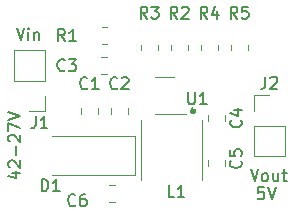
<source format=gbr>
%TF.GenerationSoftware,KiCad,Pcbnew,7.0.5*%
%TF.CreationDate,2023-06-26T08:48:10-07:00*%
%TF.ProjectId,42Vdownto5V,34325664-6f77-46e7-946f-35562e6b6963,rev?*%
%TF.SameCoordinates,Original*%
%TF.FileFunction,Legend,Top*%
%TF.FilePolarity,Positive*%
%FSLAX46Y46*%
G04 Gerber Fmt 4.6, Leading zero omitted, Abs format (unit mm)*
G04 Created by KiCad (PCBNEW 7.0.5) date 2023-06-26 08:48:10*
%MOMM*%
%LPD*%
G01*
G04 APERTURE LIST*
%ADD10C,0.300000*%
%ADD11C,0.150000*%
%ADD12C,0.120000*%
G04 APERTURE END LIST*
D10*
X118150000Y-94000000D02*
G75*
G03*
X118150000Y-94000000I-150000J0D01*
G01*
D11*
X102711152Y-99234649D02*
X103377819Y-99234649D01*
X102330200Y-99472744D02*
X103044485Y-99710839D01*
X103044485Y-99710839D02*
X103044485Y-99091792D01*
X102473057Y-98758458D02*
X102425438Y-98710839D01*
X102425438Y-98710839D02*
X102377819Y-98615601D01*
X102377819Y-98615601D02*
X102377819Y-98377506D01*
X102377819Y-98377506D02*
X102425438Y-98282268D01*
X102425438Y-98282268D02*
X102473057Y-98234649D01*
X102473057Y-98234649D02*
X102568295Y-98187030D01*
X102568295Y-98187030D02*
X102663533Y-98187030D01*
X102663533Y-98187030D02*
X102806390Y-98234649D01*
X102806390Y-98234649D02*
X103377819Y-98806077D01*
X103377819Y-98806077D02*
X103377819Y-98187030D01*
X102996866Y-97758458D02*
X102996866Y-96996554D01*
X102473057Y-96567982D02*
X102425438Y-96520363D01*
X102425438Y-96520363D02*
X102377819Y-96425125D01*
X102377819Y-96425125D02*
X102377819Y-96187030D01*
X102377819Y-96187030D02*
X102425438Y-96091792D01*
X102425438Y-96091792D02*
X102473057Y-96044173D01*
X102473057Y-96044173D02*
X102568295Y-95996554D01*
X102568295Y-95996554D02*
X102663533Y-95996554D01*
X102663533Y-95996554D02*
X102806390Y-96044173D01*
X102806390Y-96044173D02*
X103377819Y-96615601D01*
X103377819Y-96615601D02*
X103377819Y-95996554D01*
X102377819Y-95663220D02*
X102377819Y-94996554D01*
X102377819Y-94996554D02*
X103377819Y-95425125D01*
X102377819Y-94758458D02*
X103377819Y-94425125D01*
X103377819Y-94425125D02*
X102377819Y-94091792D01*
X124002969Y-100469819D02*
X123526779Y-100469819D01*
X123526779Y-100469819D02*
X123479160Y-100946009D01*
X123479160Y-100946009D02*
X123526779Y-100898390D01*
X123526779Y-100898390D02*
X123622017Y-100850771D01*
X123622017Y-100850771D02*
X123860112Y-100850771D01*
X123860112Y-100850771D02*
X123955350Y-100898390D01*
X123955350Y-100898390D02*
X124002969Y-100946009D01*
X124002969Y-100946009D02*
X124050588Y-101041247D01*
X124050588Y-101041247D02*
X124050588Y-101279342D01*
X124050588Y-101279342D02*
X124002969Y-101374580D01*
X124002969Y-101374580D02*
X123955350Y-101422200D01*
X123955350Y-101422200D02*
X123860112Y-101469819D01*
X123860112Y-101469819D02*
X123622017Y-101469819D01*
X123622017Y-101469819D02*
X123526779Y-101422200D01*
X123526779Y-101422200D02*
X123479160Y-101374580D01*
X124336303Y-100469819D02*
X124669636Y-101469819D01*
X124669636Y-101469819D02*
X125002969Y-100469819D01*
X122875922Y-98945819D02*
X123209255Y-99945819D01*
X123209255Y-99945819D02*
X123542588Y-98945819D01*
X124018779Y-99945819D02*
X123923541Y-99898200D01*
X123923541Y-99898200D02*
X123875922Y-99850580D01*
X123875922Y-99850580D02*
X123828303Y-99755342D01*
X123828303Y-99755342D02*
X123828303Y-99469628D01*
X123828303Y-99469628D02*
X123875922Y-99374390D01*
X123875922Y-99374390D02*
X123923541Y-99326771D01*
X123923541Y-99326771D02*
X124018779Y-99279152D01*
X124018779Y-99279152D02*
X124161636Y-99279152D01*
X124161636Y-99279152D02*
X124256874Y-99326771D01*
X124256874Y-99326771D02*
X124304493Y-99374390D01*
X124304493Y-99374390D02*
X124352112Y-99469628D01*
X124352112Y-99469628D02*
X124352112Y-99755342D01*
X124352112Y-99755342D02*
X124304493Y-99850580D01*
X124304493Y-99850580D02*
X124256874Y-99898200D01*
X124256874Y-99898200D02*
X124161636Y-99945819D01*
X124161636Y-99945819D02*
X124018779Y-99945819D01*
X125209255Y-99279152D02*
X125209255Y-99945819D01*
X124780684Y-99279152D02*
X124780684Y-99802961D01*
X124780684Y-99802961D02*
X124828303Y-99898200D01*
X124828303Y-99898200D02*
X124923541Y-99945819D01*
X124923541Y-99945819D02*
X125066398Y-99945819D01*
X125066398Y-99945819D02*
X125161636Y-99898200D01*
X125161636Y-99898200D02*
X125209255Y-99850580D01*
X125542589Y-99279152D02*
X125923541Y-99279152D01*
X125685446Y-98945819D02*
X125685446Y-99802961D01*
X125685446Y-99802961D02*
X125733065Y-99898200D01*
X125733065Y-99898200D02*
X125828303Y-99945819D01*
X125828303Y-99945819D02*
X125923541Y-99945819D01*
X103063922Y-87007819D02*
X103397255Y-88007819D01*
X103397255Y-88007819D02*
X103730588Y-87007819D01*
X104063922Y-88007819D02*
X104063922Y-87341152D01*
X104063922Y-87007819D02*
X104016303Y-87055438D01*
X104016303Y-87055438D02*
X104063922Y-87103057D01*
X104063922Y-87103057D02*
X104111541Y-87055438D01*
X104111541Y-87055438D02*
X104063922Y-87007819D01*
X104063922Y-87007819D02*
X104063922Y-87103057D01*
X104540112Y-87341152D02*
X104540112Y-88007819D01*
X104540112Y-87436390D02*
X104587731Y-87388771D01*
X104587731Y-87388771D02*
X104682969Y-87341152D01*
X104682969Y-87341152D02*
X104825826Y-87341152D01*
X104825826Y-87341152D02*
X104921064Y-87388771D01*
X104921064Y-87388771D02*
X104968683Y-87484009D01*
X104968683Y-87484009D02*
X104968683Y-88007819D01*
%TO.C,U1*%
X117602095Y-92418819D02*
X117602095Y-93228342D01*
X117602095Y-93228342D02*
X117649714Y-93323580D01*
X117649714Y-93323580D02*
X117697333Y-93371200D01*
X117697333Y-93371200D02*
X117792571Y-93418819D01*
X117792571Y-93418819D02*
X117983047Y-93418819D01*
X117983047Y-93418819D02*
X118078285Y-93371200D01*
X118078285Y-93371200D02*
X118125904Y-93323580D01*
X118125904Y-93323580D02*
X118173523Y-93228342D01*
X118173523Y-93228342D02*
X118173523Y-92418819D01*
X119173523Y-93418819D02*
X118602095Y-93418819D01*
X118887809Y-93418819D02*
X118887809Y-92418819D01*
X118887809Y-92418819D02*
X118792571Y-92561676D01*
X118792571Y-92561676D02*
X118697333Y-92656914D01*
X118697333Y-92656914D02*
X118602095Y-92704533D01*
%TO.C,R5*%
X121753333Y-86179819D02*
X121420000Y-85703628D01*
X121181905Y-86179819D02*
X121181905Y-85179819D01*
X121181905Y-85179819D02*
X121562857Y-85179819D01*
X121562857Y-85179819D02*
X121658095Y-85227438D01*
X121658095Y-85227438D02*
X121705714Y-85275057D01*
X121705714Y-85275057D02*
X121753333Y-85370295D01*
X121753333Y-85370295D02*
X121753333Y-85513152D01*
X121753333Y-85513152D02*
X121705714Y-85608390D01*
X121705714Y-85608390D02*
X121658095Y-85656009D01*
X121658095Y-85656009D02*
X121562857Y-85703628D01*
X121562857Y-85703628D02*
X121181905Y-85703628D01*
X122658095Y-85179819D02*
X122181905Y-85179819D01*
X122181905Y-85179819D02*
X122134286Y-85656009D01*
X122134286Y-85656009D02*
X122181905Y-85608390D01*
X122181905Y-85608390D02*
X122277143Y-85560771D01*
X122277143Y-85560771D02*
X122515238Y-85560771D01*
X122515238Y-85560771D02*
X122610476Y-85608390D01*
X122610476Y-85608390D02*
X122658095Y-85656009D01*
X122658095Y-85656009D02*
X122705714Y-85751247D01*
X122705714Y-85751247D02*
X122705714Y-85989342D01*
X122705714Y-85989342D02*
X122658095Y-86084580D01*
X122658095Y-86084580D02*
X122610476Y-86132200D01*
X122610476Y-86132200D02*
X122515238Y-86179819D01*
X122515238Y-86179819D02*
X122277143Y-86179819D01*
X122277143Y-86179819D02*
X122181905Y-86132200D01*
X122181905Y-86132200D02*
X122134286Y-86084580D01*
%TO.C,R4*%
X119213333Y-86179819D02*
X118880000Y-85703628D01*
X118641905Y-86179819D02*
X118641905Y-85179819D01*
X118641905Y-85179819D02*
X119022857Y-85179819D01*
X119022857Y-85179819D02*
X119118095Y-85227438D01*
X119118095Y-85227438D02*
X119165714Y-85275057D01*
X119165714Y-85275057D02*
X119213333Y-85370295D01*
X119213333Y-85370295D02*
X119213333Y-85513152D01*
X119213333Y-85513152D02*
X119165714Y-85608390D01*
X119165714Y-85608390D02*
X119118095Y-85656009D01*
X119118095Y-85656009D02*
X119022857Y-85703628D01*
X119022857Y-85703628D02*
X118641905Y-85703628D01*
X120070476Y-85513152D02*
X120070476Y-86179819D01*
X119832381Y-85132200D02*
X119594286Y-85846485D01*
X119594286Y-85846485D02*
X120213333Y-85846485D01*
%TO.C,R3*%
X114133333Y-86179819D02*
X113800000Y-85703628D01*
X113561905Y-86179819D02*
X113561905Y-85179819D01*
X113561905Y-85179819D02*
X113942857Y-85179819D01*
X113942857Y-85179819D02*
X114038095Y-85227438D01*
X114038095Y-85227438D02*
X114085714Y-85275057D01*
X114085714Y-85275057D02*
X114133333Y-85370295D01*
X114133333Y-85370295D02*
X114133333Y-85513152D01*
X114133333Y-85513152D02*
X114085714Y-85608390D01*
X114085714Y-85608390D02*
X114038095Y-85656009D01*
X114038095Y-85656009D02*
X113942857Y-85703628D01*
X113942857Y-85703628D02*
X113561905Y-85703628D01*
X114466667Y-85179819D02*
X115085714Y-85179819D01*
X115085714Y-85179819D02*
X114752381Y-85560771D01*
X114752381Y-85560771D02*
X114895238Y-85560771D01*
X114895238Y-85560771D02*
X114990476Y-85608390D01*
X114990476Y-85608390D02*
X115038095Y-85656009D01*
X115038095Y-85656009D02*
X115085714Y-85751247D01*
X115085714Y-85751247D02*
X115085714Y-85989342D01*
X115085714Y-85989342D02*
X115038095Y-86084580D01*
X115038095Y-86084580D02*
X114990476Y-86132200D01*
X114990476Y-86132200D02*
X114895238Y-86179819D01*
X114895238Y-86179819D02*
X114609524Y-86179819D01*
X114609524Y-86179819D02*
X114514286Y-86132200D01*
X114514286Y-86132200D02*
X114466667Y-86084580D01*
%TO.C,R2*%
X116673333Y-86179819D02*
X116340000Y-85703628D01*
X116101905Y-86179819D02*
X116101905Y-85179819D01*
X116101905Y-85179819D02*
X116482857Y-85179819D01*
X116482857Y-85179819D02*
X116578095Y-85227438D01*
X116578095Y-85227438D02*
X116625714Y-85275057D01*
X116625714Y-85275057D02*
X116673333Y-85370295D01*
X116673333Y-85370295D02*
X116673333Y-85513152D01*
X116673333Y-85513152D02*
X116625714Y-85608390D01*
X116625714Y-85608390D02*
X116578095Y-85656009D01*
X116578095Y-85656009D02*
X116482857Y-85703628D01*
X116482857Y-85703628D02*
X116101905Y-85703628D01*
X117054286Y-85275057D02*
X117101905Y-85227438D01*
X117101905Y-85227438D02*
X117197143Y-85179819D01*
X117197143Y-85179819D02*
X117435238Y-85179819D01*
X117435238Y-85179819D02*
X117530476Y-85227438D01*
X117530476Y-85227438D02*
X117578095Y-85275057D01*
X117578095Y-85275057D02*
X117625714Y-85370295D01*
X117625714Y-85370295D02*
X117625714Y-85465533D01*
X117625714Y-85465533D02*
X117578095Y-85608390D01*
X117578095Y-85608390D02*
X117006667Y-86179819D01*
X117006667Y-86179819D02*
X117625714Y-86179819D01*
%TO.C,R1*%
X107148333Y-88084819D02*
X106815000Y-87608628D01*
X106576905Y-88084819D02*
X106576905Y-87084819D01*
X106576905Y-87084819D02*
X106957857Y-87084819D01*
X106957857Y-87084819D02*
X107053095Y-87132438D01*
X107053095Y-87132438D02*
X107100714Y-87180057D01*
X107100714Y-87180057D02*
X107148333Y-87275295D01*
X107148333Y-87275295D02*
X107148333Y-87418152D01*
X107148333Y-87418152D02*
X107100714Y-87513390D01*
X107100714Y-87513390D02*
X107053095Y-87561009D01*
X107053095Y-87561009D02*
X106957857Y-87608628D01*
X106957857Y-87608628D02*
X106576905Y-87608628D01*
X108100714Y-88084819D02*
X107529286Y-88084819D01*
X107815000Y-88084819D02*
X107815000Y-87084819D01*
X107815000Y-87084819D02*
X107719762Y-87227676D01*
X107719762Y-87227676D02*
X107624524Y-87322914D01*
X107624524Y-87322914D02*
X107529286Y-87370533D01*
%TO.C,L1*%
X116419333Y-101292819D02*
X115943143Y-101292819D01*
X115943143Y-101292819D02*
X115943143Y-100292819D01*
X117276476Y-101292819D02*
X116705048Y-101292819D01*
X116990762Y-101292819D02*
X116990762Y-100292819D01*
X116990762Y-100292819D02*
X116895524Y-100435676D01*
X116895524Y-100435676D02*
X116800286Y-100530914D01*
X116800286Y-100530914D02*
X116705048Y-100578533D01*
%TO.C,J2*%
X124126666Y-91104819D02*
X124126666Y-91819104D01*
X124126666Y-91819104D02*
X124079047Y-91961961D01*
X124079047Y-91961961D02*
X123983809Y-92057200D01*
X123983809Y-92057200D02*
X123840952Y-92104819D01*
X123840952Y-92104819D02*
X123745714Y-92104819D01*
X124555238Y-91200057D02*
X124602857Y-91152438D01*
X124602857Y-91152438D02*
X124698095Y-91104819D01*
X124698095Y-91104819D02*
X124936190Y-91104819D01*
X124936190Y-91104819D02*
X125031428Y-91152438D01*
X125031428Y-91152438D02*
X125079047Y-91200057D01*
X125079047Y-91200057D02*
X125126666Y-91295295D01*
X125126666Y-91295295D02*
X125126666Y-91390533D01*
X125126666Y-91390533D02*
X125079047Y-91533390D01*
X125079047Y-91533390D02*
X124507619Y-92104819D01*
X124507619Y-92104819D02*
X125126666Y-92104819D01*
%TO.C,J1*%
X104666666Y-94454819D02*
X104666666Y-95169104D01*
X104666666Y-95169104D02*
X104619047Y-95311961D01*
X104619047Y-95311961D02*
X104523809Y-95407200D01*
X104523809Y-95407200D02*
X104380952Y-95454819D01*
X104380952Y-95454819D02*
X104285714Y-95454819D01*
X105666666Y-95454819D02*
X105095238Y-95454819D01*
X105380952Y-95454819D02*
X105380952Y-94454819D01*
X105380952Y-94454819D02*
X105285714Y-94597676D01*
X105285714Y-94597676D02*
X105190476Y-94692914D01*
X105190476Y-94692914D02*
X105095238Y-94740533D01*
%TO.C,D1*%
X105179905Y-100784819D02*
X105179905Y-99784819D01*
X105179905Y-99784819D02*
X105418000Y-99784819D01*
X105418000Y-99784819D02*
X105560857Y-99832438D01*
X105560857Y-99832438D02*
X105656095Y-99927676D01*
X105656095Y-99927676D02*
X105703714Y-100022914D01*
X105703714Y-100022914D02*
X105751333Y-100213390D01*
X105751333Y-100213390D02*
X105751333Y-100356247D01*
X105751333Y-100356247D02*
X105703714Y-100546723D01*
X105703714Y-100546723D02*
X105656095Y-100641961D01*
X105656095Y-100641961D02*
X105560857Y-100737200D01*
X105560857Y-100737200D02*
X105418000Y-100784819D01*
X105418000Y-100784819D02*
X105179905Y-100784819D01*
X106703714Y-100784819D02*
X106132286Y-100784819D01*
X106418000Y-100784819D02*
X106418000Y-99784819D01*
X106418000Y-99784819D02*
X106322762Y-99927676D01*
X106322762Y-99927676D02*
X106227524Y-100022914D01*
X106227524Y-100022914D02*
X106132286Y-100070533D01*
%TO.C,C6*%
X108037333Y-101959580D02*
X107989714Y-102007200D01*
X107989714Y-102007200D02*
X107846857Y-102054819D01*
X107846857Y-102054819D02*
X107751619Y-102054819D01*
X107751619Y-102054819D02*
X107608762Y-102007200D01*
X107608762Y-102007200D02*
X107513524Y-101911961D01*
X107513524Y-101911961D02*
X107465905Y-101816723D01*
X107465905Y-101816723D02*
X107418286Y-101626247D01*
X107418286Y-101626247D02*
X107418286Y-101483390D01*
X107418286Y-101483390D02*
X107465905Y-101292914D01*
X107465905Y-101292914D02*
X107513524Y-101197676D01*
X107513524Y-101197676D02*
X107608762Y-101102438D01*
X107608762Y-101102438D02*
X107751619Y-101054819D01*
X107751619Y-101054819D02*
X107846857Y-101054819D01*
X107846857Y-101054819D02*
X107989714Y-101102438D01*
X107989714Y-101102438D02*
X108037333Y-101150057D01*
X108894476Y-101054819D02*
X108704000Y-101054819D01*
X108704000Y-101054819D02*
X108608762Y-101102438D01*
X108608762Y-101102438D02*
X108561143Y-101150057D01*
X108561143Y-101150057D02*
X108465905Y-101292914D01*
X108465905Y-101292914D02*
X108418286Y-101483390D01*
X108418286Y-101483390D02*
X108418286Y-101864342D01*
X108418286Y-101864342D02*
X108465905Y-101959580D01*
X108465905Y-101959580D02*
X108513524Y-102007200D01*
X108513524Y-102007200D02*
X108608762Y-102054819D01*
X108608762Y-102054819D02*
X108799238Y-102054819D01*
X108799238Y-102054819D02*
X108894476Y-102007200D01*
X108894476Y-102007200D02*
X108942095Y-101959580D01*
X108942095Y-101959580D02*
X108989714Y-101864342D01*
X108989714Y-101864342D02*
X108989714Y-101626247D01*
X108989714Y-101626247D02*
X108942095Y-101531009D01*
X108942095Y-101531009D02*
X108894476Y-101483390D01*
X108894476Y-101483390D02*
X108799238Y-101435771D01*
X108799238Y-101435771D02*
X108608762Y-101435771D01*
X108608762Y-101435771D02*
X108513524Y-101483390D01*
X108513524Y-101483390D02*
X108465905Y-101531009D01*
X108465905Y-101531009D02*
X108418286Y-101626247D01*
%TO.C,C5*%
X122025580Y-98210666D02*
X122073200Y-98258285D01*
X122073200Y-98258285D02*
X122120819Y-98401142D01*
X122120819Y-98401142D02*
X122120819Y-98496380D01*
X122120819Y-98496380D02*
X122073200Y-98639237D01*
X122073200Y-98639237D02*
X121977961Y-98734475D01*
X121977961Y-98734475D02*
X121882723Y-98782094D01*
X121882723Y-98782094D02*
X121692247Y-98829713D01*
X121692247Y-98829713D02*
X121549390Y-98829713D01*
X121549390Y-98829713D02*
X121358914Y-98782094D01*
X121358914Y-98782094D02*
X121263676Y-98734475D01*
X121263676Y-98734475D02*
X121168438Y-98639237D01*
X121168438Y-98639237D02*
X121120819Y-98496380D01*
X121120819Y-98496380D02*
X121120819Y-98401142D01*
X121120819Y-98401142D02*
X121168438Y-98258285D01*
X121168438Y-98258285D02*
X121216057Y-98210666D01*
X121120819Y-97305904D02*
X121120819Y-97782094D01*
X121120819Y-97782094D02*
X121597009Y-97829713D01*
X121597009Y-97829713D02*
X121549390Y-97782094D01*
X121549390Y-97782094D02*
X121501771Y-97686856D01*
X121501771Y-97686856D02*
X121501771Y-97448761D01*
X121501771Y-97448761D02*
X121549390Y-97353523D01*
X121549390Y-97353523D02*
X121597009Y-97305904D01*
X121597009Y-97305904D02*
X121692247Y-97258285D01*
X121692247Y-97258285D02*
X121930342Y-97258285D01*
X121930342Y-97258285D02*
X122025580Y-97305904D01*
X122025580Y-97305904D02*
X122073200Y-97353523D01*
X122073200Y-97353523D02*
X122120819Y-97448761D01*
X122120819Y-97448761D02*
X122120819Y-97686856D01*
X122120819Y-97686856D02*
X122073200Y-97782094D01*
X122073200Y-97782094D02*
X122025580Y-97829713D01*
%TO.C,C4*%
X122054580Y-94781666D02*
X122102200Y-94829285D01*
X122102200Y-94829285D02*
X122149819Y-94972142D01*
X122149819Y-94972142D02*
X122149819Y-95067380D01*
X122149819Y-95067380D02*
X122102200Y-95210237D01*
X122102200Y-95210237D02*
X122006961Y-95305475D01*
X122006961Y-95305475D02*
X121911723Y-95353094D01*
X121911723Y-95353094D02*
X121721247Y-95400713D01*
X121721247Y-95400713D02*
X121578390Y-95400713D01*
X121578390Y-95400713D02*
X121387914Y-95353094D01*
X121387914Y-95353094D02*
X121292676Y-95305475D01*
X121292676Y-95305475D02*
X121197438Y-95210237D01*
X121197438Y-95210237D02*
X121149819Y-95067380D01*
X121149819Y-95067380D02*
X121149819Y-94972142D01*
X121149819Y-94972142D02*
X121197438Y-94829285D01*
X121197438Y-94829285D02*
X121245057Y-94781666D01*
X121483152Y-93924523D02*
X122149819Y-93924523D01*
X121102200Y-94162618D02*
X121816485Y-94400713D01*
X121816485Y-94400713D02*
X121816485Y-93781666D01*
%TO.C,C3*%
X107148333Y-90529580D02*
X107100714Y-90577200D01*
X107100714Y-90577200D02*
X106957857Y-90624819D01*
X106957857Y-90624819D02*
X106862619Y-90624819D01*
X106862619Y-90624819D02*
X106719762Y-90577200D01*
X106719762Y-90577200D02*
X106624524Y-90481961D01*
X106624524Y-90481961D02*
X106576905Y-90386723D01*
X106576905Y-90386723D02*
X106529286Y-90196247D01*
X106529286Y-90196247D02*
X106529286Y-90053390D01*
X106529286Y-90053390D02*
X106576905Y-89862914D01*
X106576905Y-89862914D02*
X106624524Y-89767676D01*
X106624524Y-89767676D02*
X106719762Y-89672438D01*
X106719762Y-89672438D02*
X106862619Y-89624819D01*
X106862619Y-89624819D02*
X106957857Y-89624819D01*
X106957857Y-89624819D02*
X107100714Y-89672438D01*
X107100714Y-89672438D02*
X107148333Y-89720057D01*
X107481667Y-89624819D02*
X108100714Y-89624819D01*
X108100714Y-89624819D02*
X107767381Y-90005771D01*
X107767381Y-90005771D02*
X107910238Y-90005771D01*
X107910238Y-90005771D02*
X108005476Y-90053390D01*
X108005476Y-90053390D02*
X108053095Y-90101009D01*
X108053095Y-90101009D02*
X108100714Y-90196247D01*
X108100714Y-90196247D02*
X108100714Y-90434342D01*
X108100714Y-90434342D02*
X108053095Y-90529580D01*
X108053095Y-90529580D02*
X108005476Y-90577200D01*
X108005476Y-90577200D02*
X107910238Y-90624819D01*
X107910238Y-90624819D02*
X107624524Y-90624819D01*
X107624524Y-90624819D02*
X107529286Y-90577200D01*
X107529286Y-90577200D02*
X107481667Y-90529580D01*
%TO.C,C2*%
X111593333Y-92053580D02*
X111545714Y-92101200D01*
X111545714Y-92101200D02*
X111402857Y-92148819D01*
X111402857Y-92148819D02*
X111307619Y-92148819D01*
X111307619Y-92148819D02*
X111164762Y-92101200D01*
X111164762Y-92101200D02*
X111069524Y-92005961D01*
X111069524Y-92005961D02*
X111021905Y-91910723D01*
X111021905Y-91910723D02*
X110974286Y-91720247D01*
X110974286Y-91720247D02*
X110974286Y-91577390D01*
X110974286Y-91577390D02*
X111021905Y-91386914D01*
X111021905Y-91386914D02*
X111069524Y-91291676D01*
X111069524Y-91291676D02*
X111164762Y-91196438D01*
X111164762Y-91196438D02*
X111307619Y-91148819D01*
X111307619Y-91148819D02*
X111402857Y-91148819D01*
X111402857Y-91148819D02*
X111545714Y-91196438D01*
X111545714Y-91196438D02*
X111593333Y-91244057D01*
X111974286Y-91244057D02*
X112021905Y-91196438D01*
X112021905Y-91196438D02*
X112117143Y-91148819D01*
X112117143Y-91148819D02*
X112355238Y-91148819D01*
X112355238Y-91148819D02*
X112450476Y-91196438D01*
X112450476Y-91196438D02*
X112498095Y-91244057D01*
X112498095Y-91244057D02*
X112545714Y-91339295D01*
X112545714Y-91339295D02*
X112545714Y-91434533D01*
X112545714Y-91434533D02*
X112498095Y-91577390D01*
X112498095Y-91577390D02*
X111926667Y-92148819D01*
X111926667Y-92148819D02*
X112545714Y-92148819D01*
%TO.C,C1*%
X109053333Y-92053580D02*
X109005714Y-92101200D01*
X109005714Y-92101200D02*
X108862857Y-92148819D01*
X108862857Y-92148819D02*
X108767619Y-92148819D01*
X108767619Y-92148819D02*
X108624762Y-92101200D01*
X108624762Y-92101200D02*
X108529524Y-92005961D01*
X108529524Y-92005961D02*
X108481905Y-91910723D01*
X108481905Y-91910723D02*
X108434286Y-91720247D01*
X108434286Y-91720247D02*
X108434286Y-91577390D01*
X108434286Y-91577390D02*
X108481905Y-91386914D01*
X108481905Y-91386914D02*
X108529524Y-91291676D01*
X108529524Y-91291676D02*
X108624762Y-91196438D01*
X108624762Y-91196438D02*
X108767619Y-91148819D01*
X108767619Y-91148819D02*
X108862857Y-91148819D01*
X108862857Y-91148819D02*
X109005714Y-91196438D01*
X109005714Y-91196438D02*
X109053333Y-91244057D01*
X110005714Y-92148819D02*
X109434286Y-92148819D01*
X109720000Y-92148819D02*
X109720000Y-91148819D01*
X109720000Y-91148819D02*
X109624762Y-91291676D01*
X109624762Y-91291676D02*
X109529524Y-91386914D01*
X109529524Y-91386914D02*
X109434286Y-91434533D01*
D12*
%TO.C,U1*%
X115570000Y-94270000D02*
X117370000Y-94270000D01*
X115570000Y-91150000D02*
X114770000Y-91150000D01*
X115570000Y-94270000D02*
X114770000Y-94270000D01*
X115570000Y-91150000D02*
X116370000Y-91150000D01*
%TO.C,R5*%
X121185000Y-88857064D02*
X121185000Y-88402936D01*
X122655000Y-88857064D02*
X122655000Y-88402936D01*
%TO.C,R4*%
X120115000Y-88402936D02*
X120115000Y-88857064D01*
X118645000Y-88402936D02*
X118645000Y-88857064D01*
%TO.C,R3*%
X115035000Y-88402936D02*
X115035000Y-88857064D01*
X113565000Y-88402936D02*
X113565000Y-88857064D01*
%TO.C,R2*%
X117575000Y-88857064D02*
X117575000Y-88402936D01*
X116105000Y-88857064D02*
X116105000Y-88402936D01*
%TO.C,R1*%
X110717064Y-86895000D02*
X110262936Y-86895000D01*
X110717064Y-88365000D02*
X110262936Y-88365000D01*
%TO.C,L1*%
X113605000Y-94732000D02*
X113605000Y-99832000D01*
X118805000Y-94732000D02*
X118805000Y-99832000D01*
%TO.C,J2*%
X123130000Y-93980000D02*
X123130000Y-92650000D01*
X123130000Y-97850000D02*
X125790000Y-97850000D01*
X123130000Y-95250000D02*
X123130000Y-97850000D01*
X123130000Y-95250000D02*
X125790000Y-95250000D01*
X123130000Y-92650000D02*
X124460000Y-92650000D01*
X125790000Y-95250000D02*
X125790000Y-97850000D01*
%TO.C,J1*%
X105470000Y-92710000D02*
X105470000Y-94040000D01*
X105470000Y-88840000D02*
X102810000Y-88840000D01*
X105470000Y-91440000D02*
X105470000Y-88840000D01*
X105470000Y-91440000D02*
X102810000Y-91440000D01*
X105470000Y-94040000D02*
X104140000Y-94040000D01*
X102810000Y-91440000D02*
X102810000Y-88840000D01*
%TO.C,D1*%
X113095000Y-99440000D02*
X106085000Y-99440000D01*
X113095000Y-99440000D02*
X113095000Y-96140000D01*
X113095000Y-96140000D02*
X106085000Y-96140000D01*
%TO.C,C6*%
X111386252Y-101700000D02*
X110863748Y-101700000D01*
X111386252Y-100230000D02*
X110863748Y-100230000D01*
%TO.C,C5*%
X119280000Y-98686252D02*
X119280000Y-98163748D01*
X120750000Y-98686252D02*
X120750000Y-98163748D01*
%TO.C,C4*%
X120750000Y-94353748D02*
X120750000Y-94876252D01*
X119280000Y-94353748D02*
X119280000Y-94876252D01*
%TO.C,C3*%
X110751252Y-90905000D02*
X110228748Y-90905000D01*
X110751252Y-89435000D02*
X110228748Y-89435000D01*
%TO.C,C2*%
X112495000Y-93718748D02*
X112495000Y-94241252D01*
X111025000Y-93718748D02*
X111025000Y-94241252D01*
%TO.C,C1*%
X109955000Y-93718748D02*
X109955000Y-94241252D01*
X108485000Y-93718748D02*
X108485000Y-94241252D01*
%TD*%
M02*

</source>
